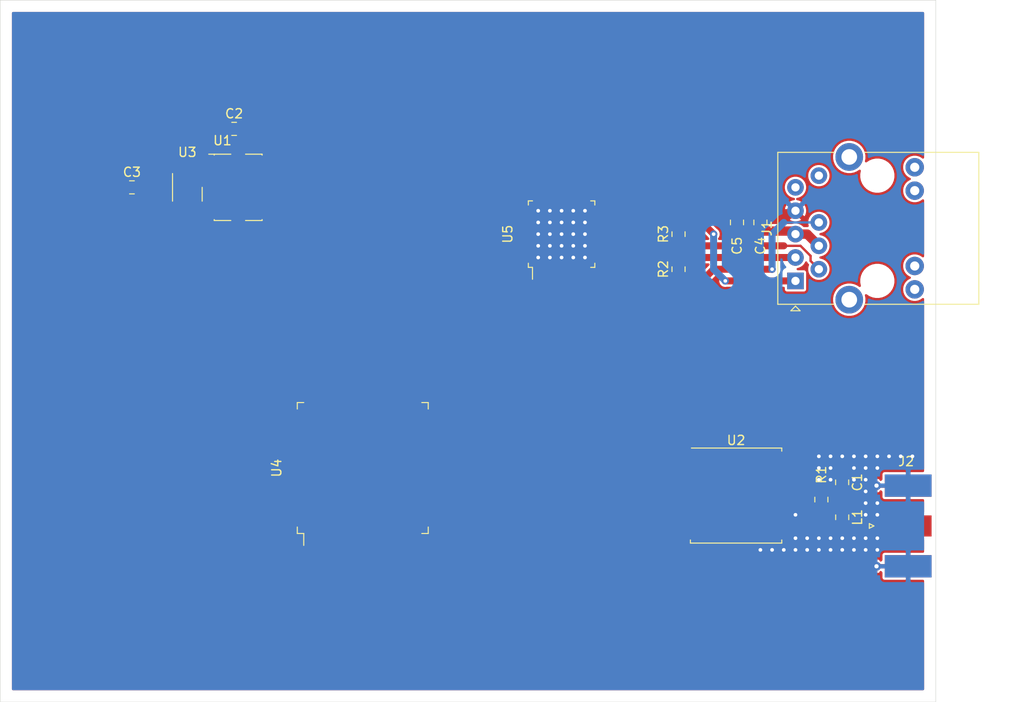
<source format=kicad_pcb>
(kicad_pcb (version 20171130) (host pcbnew 5.1.5+dfsg1-2build2)
  (layers (0 F.Cu signal) (31 B.Cu signal) (34 B.Paste user) (35 F.Paste user) (36 B.SilkS user) (37 F.SilkS user) (38 B.Mask user) (39 F.Mask user) (44 Edge.Cuts user))
  (net 0 "")
  (net 1 "Net-(J1-Pad15)")
  (net 2 "Net-(J1-Pad14)")
  (net 3 "Net-(J1-Pad13)")
  (net 4 "Net-(J1-Pad12)")
  (net 5 "Net-(J1-Pad10)")
  (net 6 "Net-(J1-Pad9)")
  (net 7 GND)
  (net 8 "Net-(J1-Pad11)")
  (net 9 "Net-(U1-Pad8)")
  (net 10 "Net-(U1-Pad7)")
  (net 11 +3V3)
  (net 12 "Net-(U1-Pad5)")
  (net 13 "Net-(U1-Pad4)")
  (net 14 "Net-(U1-Pad2)")
  (net 15 "Net-(U1-Pad1)")
  (net 16 "Net-(U2-Pad18)")
  (net 17 "Net-(U2-Pad17)")
  (net 18 "Net-(U2-Pad16)")
  (net 19 "Net-(U2-Pad15)")
  (net 20 "Net-(U2-Pad13)")
  (net 21 "Net-(U2-Pad9)")
  (net 22 "Net-(U2-Pad5)")
  (net 23 "Net-(U2-Pad4)")
  (net 24 "Net-(U2-Pad3)")
  (net 25 "Net-(U2-Pad2)")
  (net 26 "Net-(U3-Pad4)")
  (net 27 "Net-(U3-Pad3)")
  (net 28 "Net-(U4-Pad100)")
  (net 29 "Net-(U4-Pad99)")
  (net 30 "Net-(U4-Pad98)")
  (net 31 "Net-(U4-Pad97)")
  (net 32 "Net-(U4-Pad96)")
  (net 33 "Net-(U4-Pad95)")
  (net 34 "Net-(U4-Pad94)")
  (net 35 "Net-(U4-Pad93)")
  (net 36 "Net-(U4-Pad92)")
  (net 37 "Net-(U4-Pad91)")
  (net 38 "Net-(U4-Pad90)")
  (net 39 "Net-(U4-Pad89)")
  (net 40 "Net-(U4-Pad88)")
  (net 41 "Net-(U4-Pad87)")
  (net 42 "Net-(U4-Pad86)")
  (net 43 "Net-(U4-Pad85)")
  (net 44 "Net-(U4-Pad84)")
  (net 45 "Net-(U4-Pad83)")
  (net 46 "Net-(U4-Pad82)")
  (net 47 "Net-(U4-Pad81)")
  (net 48 "Net-(U4-Pad80)")
  (net 49 "Net-(U4-Pad79)")
  (net 50 "Net-(U4-Pad78)")
  (net 51 "Net-(U4-Pad77)")
  (net 52 "Net-(U4-Pad76)")
  (net 53 "Net-(U4-Pad74)")
  (net 54 "Net-(U4-Pad73)")
  (net 55 "Net-(U4-Pad72)")
  (net 56 "Net-(U4-Pad71)")
  (net 57 "Net-(U4-Pad70)")
  (net 58 "Net-(U4-Pad69)")
  (net 59 "Net-(U4-Pad68)")
  (net 60 "Net-(U4-Pad67)")
  (net 61 "Net-(U4-Pad66)")
  (net 62 "Net-(U4-Pad64)")
  (net 63 "Net-(U4-Pad62)")
  (net 64 "Net-(U4-Pad61)")
  (net 65 "Net-(U4-Pad60)")
  (net 66 "Net-(U4-Pad59)")
  (net 67 "Net-(U4-Pad58)")
  (net 68 "Net-(U4-Pad57)")
  (net 69 "Net-(U4-Pad56)")
  (net 70 "Net-(U4-Pad55)")
  (net 71 "Net-(U4-Pad54)")
  (net 72 "Net-(U4-Pad53)")
  (net 73 "Net-(U4-Pad52)")
  (net 74 "Net-(U4-Pad51)")
  (net 75 "Net-(U4-Pad50)")
  (net 76 "Net-(U4-Pad49)")
  (net 77 "Net-(U4-Pad48)")
  (net 78 "Net-(U4-Pad47)")
  (net 79 "Net-(U4-Pad46)")
  (net 80 "Net-(U4-Pad44)")
  (net 81 "Net-(U4-Pad43)")
  (net 82 "Net-(U4-Pad42)")
  (net 83 "Net-(U4-Pad41)")
  (net 84 "Net-(U4-Pad40)")
  (net 85 "Net-(U4-Pad39)")
  (net 86 "Net-(U4-Pad38)")
  (net 87 "Net-(U4-Pad37)")
  (net 88 "Net-(U4-Pad35)")
  (net 89 "Net-(U4-Pad34)")
  (net 90 "Net-(U4-Pad33)")
  (net 91 "Net-(U4-Pad32)")
  (net 92 "Net-(U4-Pad30)")
  (net 93 "Net-(U4-Pad29)")
  (net 94 "Net-(U4-Pad28)")
  (net 95 "Net-(U4-Pad27)")
  (net 96 "Net-(U4-Pad26)")
  (net 97 "Net-(U4-Pad25)")
  (net 98 "Net-(U4-Pad24)")
  (net 99 "Net-(U4-Pad23)")
  (net 100 "Net-(U4-Pad22)")
  (net 101 "Net-(U4-Pad21)")
  (net 102 "Net-(U4-Pad20)")
  (net 103 "Net-(U4-Pad19)")
  (net 104 "Net-(U4-Pad18)")
  (net 105 "Net-(U4-Pad17)")
  (net 106 "Net-(U4-Pad16)")
  (net 107 "Net-(U4-Pad14)")
  (net 108 "Net-(U4-Pad13)")
  (net 109 "Net-(U4-Pad12)")
  (net 110 "Net-(U4-Pad11)")
  (net 111 "Net-(U4-Pad10)")
  (net 112 "Net-(U4-Pad9)")
  (net 113 "Net-(U4-Pad8)")
  (net 114 "Net-(U4-Pad7)")
  (net 115 "Net-(U4-Pad6)")
  (net 116 "Net-(U4-Pad5)")
  (net 117 "Net-(U4-Pad4)")
  (net 118 "Net-(U4-Pad3)")
  (net 119 "Net-(U4-Pad2)")
  (net 120 "Net-(U4-Pad1)")
  (net 121 "Net-(J2-Pad1)")
  (net 122 "Net-(R1-Pad2)")
  (net 123 "Net-(C1-Pad2)")
  (net 124 "Net-(U5-Pad46)")
  (net 125 "Net-(U5-Pad45)")
  (net 126 "Net-(U5-Pad44)")
  (net 127 "Net-(U5-Pad43)")
  (net 128 "Net-(U5-Pad42)")
  (net 129 "Net-(U5-Pad41)")
  (net 130 "Net-(U5-Pad40)")
  (net 131 "Net-(U5-Pad39)")
  (net 132 "Net-(U5-Pad38)")
  (net 133 "Net-(U5-Pad37)")
  (net 134 "Net-(U5-Pad36)")
  (net 135 "Net-(U5-Pad33)")
  (net 136 "Net-(U5-Pad31)")
  (net 137 "Net-(U5-Pad30)")
  (net 138 "Net-(U5-Pad29)")
  (net 139 "Net-(U5-Pad28)")
  (net 140 "Net-(U5-Pad27)")
  (net 141 "Net-(U5-Pad26)")
  (net 142 "Net-(U5-Pad25)")
  (net 143 "Net-(U5-Pad24)")
  (net 144 "Net-(U5-Pad23)")
  (net 145 "Net-(U5-Pad22)")
  (net 146 "Net-(U5-Pad21)")
  (net 147 "Net-(U5-Pad20)")
  (net 148 "Net-(U5-Pad12)")
  (net 149 "Net-(U5-Pad11)")
  (net 150 "Net-(U5-Pad10)")
  (net 151 "Net-(U5-Pad9)")
  (net 152 "Net-(U5-Pad8)")
  (net 153 "Net-(U5-Pad7)")
  (net 154 "Net-(U5-Pad6)")
  (net 155 "Net-(U5-Pad5)")
  (net 156 "Net-(U5-Pad4)")
  (net 157 "Net-(U5-Pad3)")
  (net 158 "Net-(U5-Pad2)")
  (net 159 "Net-(U5-Pad1)")
  (net 160 RD-)
  (net 161 RD+)
  (net 162 TD-)
  (net 163 TD+)
  (module Resistor_SMD:R_0805_2012Metric (layer F.Cu) (at 99.06 50.8 90)
    (fp_text reference R3 (at 0 -1.65 90) (layer F.SilkS))
    (fp_text value 100)
    (pad 2 smd roundrect (at 0.9375 0 90) (size 0.975 1.4) (layers F.Cu F.Paste F.Mask) (net 163 TD+))
    (pad 1 smd roundrect (at -0.9375 0 90) (size 0.975 1.4) (layers F.Cu F.Paste F.Mask) (net 162 TD-))
  )
  (module Resistor_SMD:R_0805_2012Metric (layer F.Cu) (at 99.06 54.61 90)
    (fp_text reference R2 (at 0 -1.65 90) (layer F.SilkS))
    (fp_text value 100)
    (pad 2 smd roundrect (at 0.9375 0 90) (size 0.975 1.4) (layers F.Cu F.Paste F.Mask) (net 161 RD+))
    (pad 1 smd roundrect (at -0.9375 0 90) (size 0.975 1.4) (layers F.Cu F.Paste F.Mask) (net 160 RD-))
  )
  (module Capacitor_SMD:C_0805_2012Metric (layer F.Cu) (at 105.41 49.53 90)
    (fp_text reference C5 (at -2.54 0 90) (layer F.SilkS))
    (fp_text value 100n)
    (pad 2 smd roundrect (at 0.9375 0 90) (size 0.975 1.4) (layers F.Cu F.Paste F.Mask) (net 7 GND))
    (pad 1 smd roundrect (at -0.9375 0 90) (size 0.975 1.4) (layers F.Cu F.Paste F.Mask) (net 11 +3V3))
  )
  (module Capacitor_SMD:C_0805_2012Metric (layer F.Cu) (at 107.95 49.53 90)
    (fp_text reference C4 (at -2.54 0 90) (layer F.SilkS))
    (fp_text value 100n)
    (pad 2 smd roundrect (at 0.9375 0 90) (size 0.975 1.4) (layers F.Cu F.Paste F.Mask) (net 7 GND))
    (pad 1 smd roundrect (at -0.9375 0 90) (size 0.975 1.4) (layers F.Cu F.Paste F.Mask) (net 11 +3V3))
  )
  (module Package_QFP:LQFP-48_7x7mm_P0.5mm (layer F.Cu) (at 86.36 50.8 90)
    (fp_text reference U5 (at 0 -5.85 90) (layer F.SilkS))
    (fp_text value DP83640TVV_NOPB)
    (pad 48 smd roundrect (at -2.75 -4.1625 90) (size 0.3 1.475) (layers F.Cu F.Paste F.Mask) (net 11 +3V3))
    (pad 47 smd roundrect (at -2.25 -4.1625 90) (size 0.3 1.475) (layers F.Cu F.Paste F.Mask) (net 7 GND))
    (pad 46 smd roundrect (at -1.75 -4.1625 90) (size 0.3 1.475) (layers F.Cu F.Paste F.Mask) (net 124 "Net-(U5-Pad46)"))
    (pad 45 smd roundrect (at -1.25 -4.1625 90) (size 0.3 1.475) (layers F.Cu F.Paste F.Mask) (net 125 "Net-(U5-Pad45)"))
    (pad 44 smd roundrect (at -0.75 -4.1625 90) (size 0.3 1.475) (layers F.Cu F.Paste F.Mask) (net 126 "Net-(U5-Pad44)"))
    (pad 43 smd roundrect (at -0.25 -4.1625 90) (size 0.3 1.475) (layers F.Cu F.Paste F.Mask) (net 127 "Net-(U5-Pad43)"))
    (pad 42 smd roundrect (at 0.25 -4.1625 90) (size 0.3 1.475) (layers F.Cu F.Paste F.Mask) (net 128 "Net-(U5-Pad42)"))
    (pad 41 smd roundrect (at 0.75 -4.1625 90) (size 0.3 1.475) (layers F.Cu F.Paste F.Mask) (net 129 "Net-(U5-Pad41)"))
    (pad 40 smd roundrect (at 1.25 -4.1625 90) (size 0.3 1.475) (layers F.Cu F.Paste F.Mask) (net 130 "Net-(U5-Pad40)"))
    (pad 39 smd roundrect (at 1.75 -4.1625 90) (size 0.3 1.475) (layers F.Cu F.Paste F.Mask) (net 131 "Net-(U5-Pad39)"))
    (pad 38 smd roundrect (at 2.25 -4.1625 90) (size 0.3 1.475) (layers F.Cu F.Paste F.Mask) (net 132 "Net-(U5-Pad38)"))
    (pad 37 smd roundrect (at 2.75 -4.1625 90) (size 0.3 1.475) (layers F.Cu F.Paste F.Mask) (net 133 "Net-(U5-Pad37)"))
    (pad 36 smd roundrect (at 4.1625 -2.75 90) (size 1.475 0.3) (layers F.Cu F.Paste F.Mask) (net 134 "Net-(U5-Pad36)"))
    (pad 35 smd roundrect (at 4.1625 -2.25 90) (size 1.475 0.3) (layers F.Cu F.Paste F.Mask) (net 7 GND))
    (pad 34 smd roundrect (at 4.1625 -1.75 90) (size 1.475 0.3) (layers F.Cu F.Paste F.Mask) (net 13 "Net-(U1-Pad4)"))
    (pad 33 smd roundrect (at 4.1625 -1.25 90) (size 1.475 0.3) (layers F.Cu F.Paste F.Mask) (net 135 "Net-(U5-Pad33)"))
    (pad 32 smd roundrect (at 4.1625 -0.75 90) (size 1.475 0.3) (layers F.Cu F.Paste F.Mask) (net 11 +3V3))
    (pad 31 smd roundrect (at 4.1625 -0.25 90) (size 1.475 0.3) (layers F.Cu F.Paste F.Mask) (net 136 "Net-(U5-Pad31)"))
    (pad 30 smd roundrect (at 4.1625 0.25 90) (size 1.475 0.3) (layers F.Cu F.Paste F.Mask) (net 137 "Net-(U5-Pad30)"))
    (pad 29 smd roundrect (at 4.1625 0.75 90) (size 1.475 0.3) (layers F.Cu F.Paste F.Mask) (net 138 "Net-(U5-Pad29)"))
    (pad 28 smd roundrect (at 4.1625 1.25 90) (size 1.475 0.3) (layers F.Cu F.Paste F.Mask) (net 139 "Net-(U5-Pad28)"))
    (pad 27 smd roundrect (at 4.1625 1.75 90) (size 1.475 0.3) (layers F.Cu F.Paste F.Mask) (net 140 "Net-(U5-Pad27)"))
    (pad 26 smd roundrect (at 4.1625 2.25 90) (size 1.475 0.3) (layers F.Cu F.Paste F.Mask) (net 141 "Net-(U5-Pad26)"))
    (pad 25 smd roundrect (at 4.1625 2.75 90) (size 1.475 0.3) (layers F.Cu F.Paste F.Mask) (net 142 "Net-(U5-Pad25)"))
    (pad 24 smd roundrect (at 2.75 4.1625 90) (size 0.3 1.475) (layers F.Cu F.Paste F.Mask) (net 143 "Net-(U5-Pad24)"))
    (pad 23 smd roundrect (at 2.25 4.1625 90) (size 0.3 1.475) (layers F.Cu F.Paste F.Mask) (net 144 "Net-(U5-Pad23)"))
    (pad 22 smd roundrect (at 1.75 4.1625 90) (size 0.3 1.475) (layers F.Cu F.Paste F.Mask) (net 145 "Net-(U5-Pad22)"))
    (pad 21 smd roundrect (at 1.25 4.1625 90) (size 0.3 1.475) (layers F.Cu F.Paste F.Mask) (net 146 "Net-(U5-Pad21)"))
    (pad 20 smd roundrect (at 0.75 4.1625 90) (size 0.3 1.475) (layers F.Cu F.Paste F.Mask) (net 147 "Net-(U5-Pad20)"))
    (pad 19 smd roundrect (at 0.25 4.1625 90) (size 0.3 1.475) (layers F.Cu F.Paste F.Mask) (net 11 +3V3))
    (pad 18 smd roundrect (at -0.25 4.1625 90) (size 0.3 1.475) (layers F.Cu F.Paste F.Mask) (net 7 GND))
    (pad 17 smd roundrect (at -0.75 4.1625 90) (size 0.3 1.475) (layers F.Cu F.Paste F.Mask) (net 163 TD+))
    (pad 16 smd roundrect (at -1.25 4.1625 90) (size 0.3 1.475) (layers F.Cu F.Paste F.Mask) (net 162 TD-))
    (pad 15 smd roundrect (at -1.75 4.1625 90) (size 0.3 1.475) (layers F.Cu F.Paste F.Mask) (net 7 GND))
    (pad 14 smd roundrect (at -2.25 4.1625 90) (size 0.3 1.475) (layers F.Cu F.Paste F.Mask) (net 161 RD+))
    (pad 13 smd roundrect (at -2.75 4.1625 90) (size 0.3 1.475) (layers F.Cu F.Paste F.Mask) (net 160 RD-))
    (pad 12 smd roundrect (at -4.1625 2.75 90) (size 1.475 0.3) (layers F.Cu F.Paste F.Mask) (net 148 "Net-(U5-Pad12)"))
    (pad 11 smd roundrect (at -4.1625 2.25 90) (size 1.475 0.3) (layers F.Cu F.Paste F.Mask) (net 149 "Net-(U5-Pad11)"))
    (pad 10 smd roundrect (at -4.1625 1.75 90) (size 1.475 0.3) (layers F.Cu F.Paste F.Mask) (net 150 "Net-(U5-Pad10)"))
    (pad 9 smd roundrect (at -4.1625 1.25 90) (size 1.475 0.3) (layers F.Cu F.Paste F.Mask) (net 151 "Net-(U5-Pad9)"))
    (pad 8 smd roundrect (at -4.1625 0.75 90) (size 1.475 0.3) (layers F.Cu F.Paste F.Mask) (net 152 "Net-(U5-Pad8)"))
    (pad 7 smd roundrect (at -4.1625 0.25 90) (size 1.475 0.3) (layers F.Cu F.Paste F.Mask) (net 153 "Net-(U5-Pad7)"))
    (pad 6 smd roundrect (at -4.1625 -0.25 90) (size 1.475 0.3) (layers F.Cu F.Paste F.Mask) (net 154 "Net-(U5-Pad6)"))
    (pad 5 smd roundrect (at -4.1625 -0.75 90) (size 1.475 0.3) (layers F.Cu F.Paste F.Mask) (net 155 "Net-(U5-Pad5)"))
    (pad 4 smd roundrect (at -4.1625 -1.25 90) (size 1.475 0.3) (layers F.Cu F.Paste F.Mask) (net 156 "Net-(U5-Pad4)"))
    (pad 3 smd roundrect (at -4.1625 -1.75 90) (size 1.475 0.3) (layers F.Cu F.Paste F.Mask) (net 157 "Net-(U5-Pad3)"))
    (pad 2 smd roundrect (at -4.1625 -2.25 90) (size 1.475 0.3) (layers F.Cu F.Paste F.Mask) (net 158 "Net-(U5-Pad2)"))
    (pad 1 smd roundrect (at -4.1625 -2.75 90) (size 1.475 0.3) (layers F.Cu F.Paste F.Mask) (net 159 "Net-(U5-Pad1)"))
  )
  (module Capacitor_SMD:C_0805_2012Metric (layer F.Cu) (at 39.7025 45.72)
    (fp_text reference C3 (at 0 -1.65) (layer F.SilkS))
    (fp_text value 100n)
    (pad 2 smd roundrect (at 0.9375 0) (size 0.975 1.4) (layers F.Cu F.Paste F.Mask) (net 7 GND))
    (pad 1 smd roundrect (at -0.9375 0) (size 0.975 1.4) (layers F.Cu F.Paste F.Mask) (net 11 +3V3))
  )
  (module Capacitor_SMD:C_0805_2012Metric (layer F.Cu) (at 50.8 39.37)
    (fp_text reference C2 (at 0 -1.65) (layer F.SilkS))
    (fp_text value 100n)
    (pad 2 smd roundrect (at 0.9375 0) (size 0.975 1.4) (layers F.Cu F.Paste F.Mask) (net 7 GND))
    (pad 1 smd roundrect (at -0.9375 0) (size 0.975 1.4) (layers F.Cu F.Paste F.Mask) (net 11 +3V3))
  )
  (module Resistor_SMD:R_0805_2012Metric (layer F.Cu) (at 114.570978 79.627765 270)
    (fp_text reference R1 (at -2.693717 -0.006861 90) (layer F.SilkS))
    (fp_text value 10)
    (pad 2 smd roundrect (at 0.9375 0 270) (size 0.975 1.4) (layers F.Cu F.Paste F.Mask) (net 122 "Net-(R1-Pad2)"))
    (pad 1 smd roundrect (at -0.9375 0 270) (size 0.975 1.4) (layers F.Cu F.Paste F.Mask) (net 123 "Net-(C1-Pad2)"))
  )
  (module Inductor_SMD:L_0805_2012Metric (layer F.Cu) (at 116.834852 81.548628 270)
    (fp_text reference L1 (at 0 -1.65 90) (layer F.SilkS))
    (fp_text value 27n)
    (pad 2 smd roundrect (at 0.9375 0 270) (size 0.975 1.4) (layers F.Cu F.Paste F.Mask) (net 121 "Net-(J2-Pad1)"))
    (pad 1 smd roundrect (at -0.9375 0 270) (size 0.975 1.4) (layers F.Cu F.Paste F.Mask) (net 123 "Net-(C1-Pad2)"))
  )
  (module Connector_Coaxial:SMA_Molex_73251-1153_EdgeMount_Horizontal (layer F.Cu) (at 122.28 82.49 180)
    (fp_text reference J2 (at -1.5 7) (layer F.SilkS))
    (fp_text value Conn_Coaxial)
    (pad 2 smd rect (at 1.27 4.38 180) (size 0.95 0.46) (layers B.Cu) (net 7 GND))
    (pad 2 smd rect (at 1.27 -4.38 180) (size 0.95 0.46) (layers B.Cu) (net 7 GND))
    (pad 2 smd rect (at 1.27 4.38 180) (size 0.95 0.46) (layers F.Cu) (net 7 GND))
    (pad 2 smd rect (at 1.27 -4.38 180) (size 0.95 0.46) (layers F.Cu) (net 7 GND))
    (pad 2 thru_hole circle (at 1.72 4.38 180) (size 0.97 0.97) (drill 0.46) (layers *.Cu) (net 7 GND))
    (pad 2 thru_hole circle (at 1.72 -4.38 180) (size 0.97 0.97) (drill 0.46) (layers *.Cu) (net 7 GND))
    (pad 2 smd rect (at -1.72 4.38 180) (size 5.08 2.42) (layers B.Cu B.Paste B.Mask) (net 7 GND))
    (pad 2 smd rect (at -1.72 -4.38 180) (size 5.08 2.42) (layers B.Cu B.Paste B.Mask) (net 7 GND))
    (pad 2 smd rect (at -1.72 4.38 180) (size 5.08 2.42) (layers F.Cu F.Paste F.Mask) (net 7 GND))
    (pad 2 smd rect (at -1.72 -4.38 180) (size 5.08 2.42) (layers F.Cu F.Paste F.Mask) (net 7 GND))
    (pad 1 smd rect (at -1.72 0 180) (size 5.08 2.29) (layers F.Cu F.Paste F.Mask) (net 121 "Net-(J2-Pad1)"))
  )
  (module Capacitor_SMD:C_0805_2012Metric (layer F.Cu) (at 116.827992 77.752765 270)
    (fp_text reference C1 (at 0 -1.65 90) (layer F.SilkS))
    (fp_text value 10n)
    (pad 2 smd roundrect (at 0.9375 0 270) (size 0.975 1.4) (layers F.Cu F.Paste F.Mask) (net 123 "Net-(C1-Pad2)"))
    (pad 1 smd roundrect (at -0.9375 0 270) (size 0.975 1.4) (layers F.Cu F.Paste F.Mask) (net 7 GND))
  )
  (module Package_QFP:TQFP-100_14x14mm_P0.5mm (layer F.Cu) (at 64.77 76.2 90)
    (fp_text reference U4 (at 0 -9.35 90) (layer F.SilkS))
    (fp_text value PIC32MX795F512L-80x-PF)
    (pad 100 smd roundrect (at -6 -7.6625 90) (size 0.3 1.475) (layers F.Cu F.Paste F.Mask) (net 28 "Net-(U4-Pad100)"))
    (pad 99 smd roundrect (at -5.5 -7.6625 90) (size 0.3 1.475) (layers F.Cu F.Paste F.Mask) (net 29 "Net-(U4-Pad99)"))
    (pad 98 smd roundrect (at -5 -7.6625 90) (size 0.3 1.475) (layers F.Cu F.Paste F.Mask) (net 30 "Net-(U4-Pad98)"))
    (pad 97 smd roundrect (at -4.5 -7.6625 90) (size 0.3 1.475) (layers F.Cu F.Paste F.Mask) (net 31 "Net-(U4-Pad97)"))
    (pad 96 smd roundrect (at -4 -7.6625 90) (size 0.3 1.475) (layers F.Cu F.Paste F.Mask) (net 32 "Net-(U4-Pad96)"))
    (pad 95 smd roundrect (at -3.5 -7.6625 90) (size 0.3 1.475) (layers F.Cu F.Paste F.Mask) (net 33 "Net-(U4-Pad95)"))
    (pad 94 smd roundrect (at -3 -7.6625 90) (size 0.3 1.475) (layers F.Cu F.Paste F.Mask) (net 34 "Net-(U4-Pad94)"))
    (pad 93 smd roundrect (at -2.5 -7.6625 90) (size 0.3 1.475) (layers F.Cu F.Paste F.Mask) (net 35 "Net-(U4-Pad93)"))
    (pad 92 smd roundrect (at -2 -7.6625 90) (size 0.3 1.475) (layers F.Cu F.Paste F.Mask) (net 36 "Net-(U4-Pad92)"))
    (pad 91 smd roundrect (at -1.5 -7.6625 90) (size 0.3 1.475) (layers F.Cu F.Paste F.Mask) (net 37 "Net-(U4-Pad91)"))
    (pad 90 smd roundrect (at -1 -7.6625 90) (size 0.3 1.475) (layers F.Cu F.Paste F.Mask) (net 38 "Net-(U4-Pad90)"))
    (pad 89 smd roundrect (at -0.5 -7.6625 90) (size 0.3 1.475) (layers F.Cu F.Paste F.Mask) (net 39 "Net-(U4-Pad89)"))
    (pad 88 smd roundrect (at 0 -7.6625 90) (size 0.3 1.475) (layers F.Cu F.Paste F.Mask) (net 40 "Net-(U4-Pad88)"))
    (pad 87 smd roundrect (at 0.5 -7.6625 90) (size 0.3 1.475) (layers F.Cu F.Paste F.Mask) (net 41 "Net-(U4-Pad87)"))
    (pad 86 smd roundrect (at 1 -7.6625 90) (size 0.3 1.475) (layers F.Cu F.Paste F.Mask) (net 42 "Net-(U4-Pad86)"))
    (pad 85 smd roundrect (at 1.5 -7.6625 90) (size 0.3 1.475) (layers F.Cu F.Paste F.Mask) (net 43 "Net-(U4-Pad85)"))
    (pad 84 smd roundrect (at 2 -7.6625 90) (size 0.3 1.475) (layers F.Cu F.Paste F.Mask) (net 44 "Net-(U4-Pad84)"))
    (pad 83 smd roundrect (at 2.5 -7.6625 90) (size 0.3 1.475) (layers F.Cu F.Paste F.Mask) (net 45 "Net-(U4-Pad83)"))
    (pad 82 smd roundrect (at 3 -7.6625 90) (size 0.3 1.475) (layers F.Cu F.Paste F.Mask) (net 46 "Net-(U4-Pad82)"))
    (pad 81 smd roundrect (at 3.5 -7.6625 90) (size 0.3 1.475) (layers F.Cu F.Paste F.Mask) (net 47 "Net-(U4-Pad81)"))
    (pad 80 smd roundrect (at 4 -7.6625 90) (size 0.3 1.475) (layers F.Cu F.Paste F.Mask) (net 48 "Net-(U4-Pad80)"))
    (pad 79 smd roundrect (at 4.5 -7.6625 90) (size 0.3 1.475) (layers F.Cu F.Paste F.Mask) (net 49 "Net-(U4-Pad79)"))
    (pad 78 smd roundrect (at 5 -7.6625 90) (size 0.3 1.475) (layers F.Cu F.Paste F.Mask) (net 50 "Net-(U4-Pad78)"))
    (pad 77 smd roundrect (at 5.5 -7.6625 90) (size 0.3 1.475) (layers F.Cu F.Paste F.Mask) (net 51 "Net-(U4-Pad77)"))
    (pad 76 smd roundrect (at 6 -7.6625 90) (size 0.3 1.475) (layers F.Cu F.Paste F.Mask) (net 52 "Net-(U4-Pad76)"))
    (pad 75 smd roundrect (at 7.6625 -6 90) (size 1.475 0.3) (layers F.Cu F.Paste F.Mask) (net 7 GND))
    (pad 74 smd roundrect (at 7.6625 -5.5 90) (size 1.475 0.3) (layers F.Cu F.Paste F.Mask) (net 53 "Net-(U4-Pad74)"))
    (pad 73 smd roundrect (at 7.6625 -5 90) (size 1.475 0.3) (layers F.Cu F.Paste F.Mask) (net 54 "Net-(U4-Pad73)"))
    (pad 72 smd roundrect (at 7.6625 -4.5 90) (size 1.475 0.3) (layers F.Cu F.Paste F.Mask) (net 55 "Net-(U4-Pad72)"))
    (pad 71 smd roundrect (at 7.6625 -4 90) (size 1.475 0.3) (layers F.Cu F.Paste F.Mask) (net 56 "Net-(U4-Pad71)"))
    (pad 70 smd roundrect (at 7.6625 -3.5 90) (size 1.475 0.3) (layers F.Cu F.Paste F.Mask) (net 57 "Net-(U4-Pad70)"))
    (pad 69 smd roundrect (at 7.6625 -3 90) (size 1.475 0.3) (layers F.Cu F.Paste F.Mask) (net 58 "Net-(U4-Pad69)"))
    (pad 68 smd roundrect (at 7.6625 -2.5 90) (size 1.475 0.3) (layers F.Cu F.Paste F.Mask) (net 59 "Net-(U4-Pad68)"))
    (pad 67 smd roundrect (at 7.6625 -2 90) (size 1.475 0.3) (layers F.Cu F.Paste F.Mask) (net 60 "Net-(U4-Pad67)"))
    (pad 66 smd roundrect (at 7.6625 -1.5 90) (size 1.475 0.3) (layers F.Cu F.Paste F.Mask) (net 61 "Net-(U4-Pad66)"))
    (pad 65 smd roundrect (at 7.6625 -1 90) (size 1.475 0.3) (layers F.Cu F.Paste F.Mask) (net 7 GND))
    (pad 64 smd roundrect (at 7.6625 -0.5 90) (size 1.475 0.3) (layers F.Cu F.Paste F.Mask) (net 62 "Net-(U4-Pad64)"))
    (pad 63 smd roundrect (at 7.6625 0 90) (size 1.475 0.3) (layers F.Cu F.Paste F.Mask) (net 13 "Net-(U1-Pad4)"))
    (pad 62 smd roundrect (at 7.6625 0.5 90) (size 1.475 0.3) (layers F.Cu F.Paste F.Mask) (net 63 "Net-(U4-Pad62)"))
    (pad 61 smd roundrect (at 7.6625 1 90) (size 1.475 0.3) (layers F.Cu F.Paste F.Mask) (net 64 "Net-(U4-Pad61)"))
    (pad 60 smd roundrect (at 7.6625 1.5 90) (size 1.475 0.3) (layers F.Cu F.Paste F.Mask) (net 65 "Net-(U4-Pad60)"))
    (pad 59 smd roundrect (at 7.6625 2 90) (size 1.475 0.3) (layers F.Cu F.Paste F.Mask) (net 66 "Net-(U4-Pad59)"))
    (pad 58 smd roundrect (at 7.6625 2.5 90) (size 1.475 0.3) (layers F.Cu F.Paste F.Mask) (net 67 "Net-(U4-Pad58)"))
    (pad 57 smd roundrect (at 7.6625 3 90) (size 1.475 0.3) (layers F.Cu F.Paste F.Mask) (net 68 "Net-(U4-Pad57)"))
    (pad 56 smd roundrect (at 7.6625 3.5 90) (size 1.475 0.3) (layers F.Cu F.Paste F.Mask) (net 69 "Net-(U4-Pad56)"))
    (pad 55 smd roundrect (at 7.6625 4 90) (size 1.475 0.3) (layers F.Cu F.Paste F.Mask) (net 70 "Net-(U4-Pad55)"))
    (pad 54 smd roundrect (at 7.6625 4.5 90) (size 1.475 0.3) (layers F.Cu F.Paste F.Mask) (net 71 "Net-(U4-Pad54)"))
    (pad 53 smd roundrect (at 7.6625 5 90) (size 1.475 0.3) (layers F.Cu F.Paste F.Mask) (net 72 "Net-(U4-Pad53)"))
    (pad 52 smd roundrect (at 7.6625 5.5 90) (size 1.475 0.3) (layers F.Cu F.Paste F.Mask) (net 73 "Net-(U4-Pad52)"))
    (pad 51 smd roundrect (at 7.6625 6 90) (size 1.475 0.3) (layers F.Cu F.Paste F.Mask) (net 74 "Net-(U4-Pad51)"))
    (pad 50 smd roundrect (at 6 7.6625 90) (size 0.3 1.475) (layers F.Cu F.Paste F.Mask) (net 75 "Net-(U4-Pad50)"))
    (pad 49 smd roundrect (at 5.5 7.6625 90) (size 0.3 1.475) (layers F.Cu F.Paste F.Mask) (net 76 "Net-(U4-Pad49)"))
    (pad 48 smd roundrect (at 5 7.6625 90) (size 0.3 1.475) (layers F.Cu F.Paste F.Mask) (net 77 "Net-(U4-Pad48)"))
    (pad 47 smd roundrect (at 4.5 7.6625 90) (size 0.3 1.475) (layers F.Cu F.Paste F.Mask) (net 78 "Net-(U4-Pad47)"))
    (pad 46 smd roundrect (at 4 7.6625 90) (size 0.3 1.475) (layers F.Cu F.Paste F.Mask) (net 79 "Net-(U4-Pad46)"))
    (pad 45 smd roundrect (at 3.5 7.6625 90) (size 0.3 1.475) (layers F.Cu F.Paste F.Mask) (net 7 GND))
    (pad 44 smd roundrect (at 3 7.6625 90) (size 0.3 1.475) (layers F.Cu F.Paste F.Mask) (net 80 "Net-(U4-Pad44)"))
    (pad 43 smd roundrect (at 2.5 7.6625 90) (size 0.3 1.475) (layers F.Cu F.Paste F.Mask) (net 81 "Net-(U4-Pad43)"))
    (pad 42 smd roundrect (at 2 7.6625 90) (size 0.3 1.475) (layers F.Cu F.Paste F.Mask) (net 82 "Net-(U4-Pad42)"))
    (pad 41 smd roundrect (at 1.5 7.6625 90) (size 0.3 1.475) (layers F.Cu F.Paste F.Mask) (net 83 "Net-(U4-Pad41)"))
    (pad 40 smd roundrect (at 1 7.6625 90) (size 0.3 1.475) (layers F.Cu F.Paste F.Mask) (net 84 "Net-(U4-Pad40)"))
    (pad 39 smd roundrect (at 0.5 7.6625 90) (size 0.3 1.475) (layers F.Cu F.Paste F.Mask) (net 85 "Net-(U4-Pad39)"))
    (pad 38 smd roundrect (at 0 7.6625 90) (size 0.3 1.475) (layers F.Cu F.Paste F.Mask) (net 86 "Net-(U4-Pad38)"))
    (pad 37 smd roundrect (at -0.5 7.6625 90) (size 0.3 1.475) (layers F.Cu F.Paste F.Mask) (net 87 "Net-(U4-Pad37)"))
    (pad 36 smd roundrect (at -1 7.6625 90) (size 0.3 1.475) (layers F.Cu F.Paste F.Mask) (net 7 GND))
    (pad 35 smd roundrect (at -1.5 7.6625 90) (size 0.3 1.475) (layers F.Cu F.Paste F.Mask) (net 88 "Net-(U4-Pad35)"))
    (pad 34 smd roundrect (at -2 7.6625 90) (size 0.3 1.475) (layers F.Cu F.Paste F.Mask) (net 89 "Net-(U4-Pad34)"))
    (pad 33 smd roundrect (at -2.5 7.6625 90) (size 0.3 1.475) (layers F.Cu F.Paste F.Mask) (net 90 "Net-(U4-Pad33)"))
    (pad 32 smd roundrect (at -3 7.6625 90) (size 0.3 1.475) (layers F.Cu F.Paste F.Mask) (net 91 "Net-(U4-Pad32)"))
    (pad 31 smd roundrect (at -3.5 7.6625 90) (size 0.3 1.475) (layers F.Cu F.Paste F.Mask) (net 7 GND))
    (pad 30 smd roundrect (at -4 7.6625 90) (size 0.3 1.475) (layers F.Cu F.Paste F.Mask) (net 92 "Net-(U4-Pad30)"))
    (pad 29 smd roundrect (at -4.5 7.6625 90) (size 0.3 1.475) (layers F.Cu F.Paste F.Mask) (net 93 "Net-(U4-Pad29)"))
    (pad 28 smd roundrect (at -5 7.6625 90) (size 0.3 1.475) (layers F.Cu F.Paste F.Mask) (net 94 "Net-(U4-Pad28)"))
    (pad 27 smd roundrect (at -5.5 7.6625 90) (size 0.3 1.475) (layers F.Cu F.Paste F.Mask) (net 95 "Net-(U4-Pad27)"))
    (pad 26 smd roundrect (at -6 7.6625 90) (size 0.3 1.475) (layers F.Cu F.Paste F.Mask) (net 96 "Net-(U4-Pad26)"))
    (pad 25 smd roundrect (at -7.6625 6 90) (size 1.475 0.3) (layers F.Cu F.Paste F.Mask) (net 97 "Net-(U4-Pad25)"))
    (pad 24 smd roundrect (at -7.6625 5.5 90) (size 1.475 0.3) (layers F.Cu F.Paste F.Mask) (net 98 "Net-(U4-Pad24)"))
    (pad 23 smd roundrect (at -7.6625 5 90) (size 1.475 0.3) (layers F.Cu F.Paste F.Mask) (net 99 "Net-(U4-Pad23)"))
    (pad 22 smd roundrect (at -7.6625 4.5 90) (size 1.475 0.3) (layers F.Cu F.Paste F.Mask) (net 100 "Net-(U4-Pad22)"))
    (pad 21 smd roundrect (at -7.6625 4 90) (size 1.475 0.3) (layers F.Cu F.Paste F.Mask) (net 101 "Net-(U4-Pad21)"))
    (pad 20 smd roundrect (at -7.6625 3.5 90) (size 1.475 0.3) (layers F.Cu F.Paste F.Mask) (net 102 "Net-(U4-Pad20)"))
    (pad 19 smd roundrect (at -7.6625 3 90) (size 1.475 0.3) (layers F.Cu F.Paste F.Mask) (net 103 "Net-(U4-Pad19)"))
    (pad 18 smd roundrect (at -7.6625 2.5 90) (size 1.475 0.3) (layers F.Cu F.Paste F.Mask) (net 104 "Net-(U4-Pad18)"))
    (pad 17 smd roundrect (at -7.6625 2 90) (size 1.475 0.3) (layers F.Cu F.Paste F.Mask) (net 105 "Net-(U4-Pad17)"))
    (pad 16 smd roundrect (at -7.6625 1.5 90) (size 1.475 0.3) (layers F.Cu F.Paste F.Mask) (net 106 "Net-(U4-Pad16)"))
    (pad 15 smd roundrect (at -7.6625 1 90) (size 1.475 0.3) (layers F.Cu F.Paste F.Mask) (net 7 GND))
    (pad 14 smd roundrect (at -7.6625 0.5 90) (size 1.475 0.3) (layers F.Cu F.Paste F.Mask) (net 107 "Net-(U4-Pad14)"))
    (pad 13 smd roundrect (at -7.6625 0 90) (size 1.475 0.3) (layers F.Cu F.Paste F.Mask) (net 108 "Net-(U4-Pad13)"))
    (pad 12 smd roundrect (at -7.6625 -0.5 90) (size 1.475 0.3) (layers F.Cu F.Paste F.Mask) (net 109 "Net-(U4-Pad12)"))
    (pad 11 smd roundrect (at -7.6625 -1 90) (size 1.475 0.3) (layers F.Cu F.Paste F.Mask) (net 110 "Net-(U4-Pad11)"))
    (pad 10 smd roundrect (at -7.6625 -1.5 90) (size 1.475 0.3) (layers F.Cu F.Paste F.Mask) (net 111 "Net-(U4-Pad10)"))
    (pad 9 smd roundrect (at -7.6625 -2 90) (size 1.475 0.3) (layers F.Cu F.Paste F.Mask) (net 112 "Net-(U4-Pad9)"))
    (pad 8 smd roundrect (at -7.6625 -2.5 90) (size 1.475 0.3) (layers F.Cu F.Paste F.Mask) (net 113 "Net-(U4-Pad8)"))
    (pad 7 smd roundrect (at -7.6625 -3 90) (size 1.475 0.3) (layers F.Cu F.Paste F.Mask) (net 114 "Net-(U4-Pad7)"))
    (pad 6 smd roundrect (at -7.6625 -3.5 90) (size 1.475 0.3) (layers F.Cu F.Paste F.Mask) (net 115 "Net-(U4-Pad6)"))
    (pad 5 smd roundrect (at -7.6625 -4 90) (size 1.475 0.3) (layers F.Cu F.Paste F.Mask) (net 116 "Net-(U4-Pad5)"))
    (pad 4 smd roundrect (at -7.6625 -4.5 90) (size 1.475 0.3) (layers F.Cu F.Paste F.Mask) (net 117 "Net-(U4-Pad4)"))
    (pad 3 smd roundrect (at -7.6625 -5 90) (size 1.475 0.3) (layers F.Cu F.Paste F.Mask) (net 118 "Net-(U4-Pad3)"))
    (pad 2 smd roundrect (at -7.6625 -5.5 90) (size 1.475 0.3) (layers F.Cu F.Paste F.Mask) (net 119 "Net-(U4-Pad2)"))
    (pad 1 smd roundrect (at -7.6625 -6 90) (size 1.475 0.3) (layers F.Cu F.Paste F.Mask) (net 120 "Net-(U4-Pad1)"))
  )
  (module Package_DFN_QFN:DFN-6-1EP_3x3mm_P1mm_EP1.5x2.4mm (layer F.Cu) (at 45.72 45.72 270)
    (fp_text reference U3 (at -3.81 0 180) (layer F.SilkS))
    (fp_text value Si7051-A20)
    (pad 7 smd rect (at 0 0 270) (size 1.5 2.4) (layers F.Cu F.Mask))
    (pad 6 smd roundrect (at 1.45 -1 270) (size 0.8 0.4) (layers F.Cu F.Paste F.Mask) (net 9 "Net-(U1-Pad8)"))
    (pad 5 smd roundrect (at 1.45 0 270) (size 0.8 0.4) (layers F.Cu F.Paste F.Mask) (net 11 +3V3))
    (pad 4 smd roundrect (at 1.45 1 270) (size 0.8 0.4) (layers F.Cu F.Paste F.Mask) (net 26 "Net-(U3-Pad4)"))
    (pad 3 smd roundrect (at -1.45 1 270) (size 0.8 0.4) (layers F.Cu F.Paste F.Mask) (net 27 "Net-(U3-Pad3)"))
    (pad 2 smd roundrect (at -1.45 0 270) (size 0.8 0.4) (layers F.Cu F.Paste F.Mask) (net 7 GND))
    (pad 1 smd roundrect (at -1.45 -1 270) (size 0.8 0.4) (layers F.Cu F.Paste F.Mask) (net 10 "Net-(U1-Pad7)"))
  )
  (module RF_GPS:ublox_MAX (layer F.Cu) (at 105.309678 79.191062)
    (fp_text reference U2 (at 0 -6) (layer F.SilkS))
    (fp_text value MAX-8Q)
    (pad 18 smd rect (at 4.75 -4.4) (size 1.8 0.7) (layers F.Cu F.Paste F.Mask) (net 16 "Net-(U2-Pad18)"))
    (pad 17 smd rect (at 4.75 -3.3) (size 1.8 0.8) (layers F.Cu F.Paste F.Mask) (net 17 "Net-(U2-Pad17)"))
    (pad 16 smd rect (at 4.75 -2.2) (size 1.8 0.8) (layers F.Cu F.Paste F.Mask) (net 18 "Net-(U2-Pad16)"))
    (pad 15 smd rect (at 4.75 -1.1) (size 1.8 0.8) (layers F.Cu F.Paste F.Mask) (net 19 "Net-(U2-Pad15)"))
    (pad 14 smd rect (at 4.75 0) (size 1.8 0.8) (layers F.Cu F.Paste F.Mask) (net 122 "Net-(R1-Pad2)"))
    (pad 13 smd rect (at 4.75 1.1) (size 1.8 0.8) (layers F.Cu F.Paste F.Mask) (net 20 "Net-(U2-Pad13)"))
    (pad 12 smd rect (at 4.75 2.2) (size 1.8 0.8) (layers F.Cu F.Paste F.Mask) (net 7 GND))
    (pad 11 smd rect (at 4.75 3.3) (size 1.8 0.8) (layers F.Cu F.Paste F.Mask) (net 121 "Net-(J2-Pad1)"))
    (pad 10 smd rect (at 4.75 4.4) (size 1.8 0.7) (layers F.Cu F.Paste F.Mask) (net 7 GND))
    (pad 9 smd rect (at -4.75 4.4) (size 1.8 0.7) (layers F.Cu F.Paste F.Mask) (net 21 "Net-(U2-Pad9)"))
    (pad 8 smd rect (at -4.75 3.3) (size 1.8 0.8) (layers F.Cu F.Paste F.Mask) (net 11 +3V3))
    (pad 7 smd rect (at -4.75 2.2) (size 1.8 0.8) (layers F.Cu F.Paste F.Mask) (net 11 +3V3))
    (pad 6 smd rect (at -4.75 1.1) (size 1.8 0.8) (layers F.Cu F.Paste F.Mask) (net 11 +3V3))
    (pad 5 smd rect (at -4.75 0) (size 1.8 0.8) (layers F.Cu F.Paste F.Mask) (net 22 "Net-(U2-Pad5)"))
    (pad 4 smd rect (at -4.75 -1.1) (size 1.8 0.8) (layers F.Cu F.Paste F.Mask) (net 23 "Net-(U2-Pad4)"))
    (pad 3 smd rect (at -4.75 -2.2) (size 1.8 0.8) (layers F.Cu F.Paste F.Mask) (net 24 "Net-(U2-Pad3)"))
    (pad 2 smd rect (at -4.75 -3.3) (size 1.8 0.8) (layers F.Cu F.Paste F.Mask) (net 25 "Net-(U2-Pad2)"))
    (pad 1 smd rect (at -4.75 -4.4) (size 1.8 0.7) (layers F.Cu F.Paste F.Mask) (net 7 GND))
  )
  (module Oscillator:Oscillator_SMD_SI570_SI571_Standard (layer F.Cu) (at 51.24 45.72 270)
    (fp_text reference U1 (at -5.08 1.71 180) (layer F.SilkS))
    (fp_text value 549CAAC000111BBG)
    (pad 8 smd rect (at 2.85 0 270) (size 1.55 1.3) (layers F.Cu F.Paste F.Mask) (net 9 "Net-(U1-Pad8)"))
    (pad 7 smd rect (at -2.85 0 270) (size 1.55 1.3) (layers F.Cu F.Paste F.Mask) (net 10 "Net-(U1-Pad7)"))
    (pad 6 smd rect (at -2.5 -2.1 270) (size 1.7 2.15) (layers F.Cu F.Paste F.Mask) (net 11 +3V3))
    (pad 5 smd rect (at 0 -2.1 270) (size 1.7 2.15) (layers F.Cu F.Paste F.Mask) (net 12 "Net-(U1-Pad5)"))
    (pad 4 smd rect (at 2.5 -2.1 270) (size 1.7 2.15) (layers F.Cu F.Paste F.Mask) (net 13 "Net-(U1-Pad4)"))
    (pad 3 smd rect (at 2.5 2.1 270) (size 1.7 2.15) (layers F.Cu F.Paste F.Mask) (net 7 GND))
    (pad 2 smd rect (at 0 2.1 270) (size 1.7 2.15) (layers F.Cu F.Paste F.Mask) (net 14 "Net-(U1-Pad2)"))
    (pad 1 smd rect (at -2.5 2.1 270) (size 1.7 2.15) (layers F.Cu F.Paste F.Mask) (net 15 "Net-(U1-Pad1)"))
  )
  (module Connector_RJ:RJ45_Abracon_ARJP11A-MA_Horizontal (layer F.Cu) (at 111.76 55.88 90)
    (fp_text reference J1 (at 5.71 -3.1 90) (layer F.SilkS))
    (fp_text value RJ45_Abracon_ARJP11A-MASA-B-A-EMU2)
    (pad 15 thru_hole circle (at 13.46 5.84 90) (size 3 3) (drill 1.7) (layers *.Cu *.Mask) (net 1 "Net-(J1-Pad15)"))
    (pad 15 thru_hole circle (at -2.04 5.84 90) (size 3 3) (drill 1.7) (layers *.Cu *.Mask) (net 1 "Net-(J1-Pad15)"))
    (pad "" np_thru_hole circle (at 11.43 8.89 90) (size 3.2 3.2) (drill 3.2) (layers *.Cu *.Mask))
    (pad "" np_thru_hole circle (at 0 8.89 90) (size 3.2 3.2) (drill 3.2) (layers *.Cu *.Mask))
    (pad 14 thru_hole circle (at 12.34 12.95 90) (size 2 2) (drill 1) (layers *.Cu *.Mask) (net 2 "Net-(J1-Pad14)"))
    (pad 13 thru_hole circle (at 9.8 12.95 90) (size 2 2) (drill 1) (layers *.Cu *.Mask) (net 3 "Net-(J1-Pad13)"))
    (pad 12 thru_hole circle (at 1.62 12.95 90) (size 2 2) (drill 1) (layers *.Cu *.Mask) (net 4 "Net-(J1-Pad12)"))
    (pad 10 thru_hole circle (at 11.43 2.54 90) (size 1.8 1.8) (drill 0.9) (layers *.Cu *.Mask) (net 5 "Net-(J1-Pad10)"))
    (pad 9 thru_hole circle (at 10.16 0 90) (size 1.8 1.8) (drill 0.9) (layers *.Cu *.Mask) (net 6 "Net-(J1-Pad9)"))
    (pad 7 thru_hole circle (at 7.62 0 90) (size 1.8 1.8) (drill 0.9) (layers *.Cu *.Mask) (net 7 GND))
    (pad 6 thru_hole circle (at 6.35 2.54 90) (size 1.8 1.8) (drill 0.9) (layers *.Cu *.Mask) (net 160 RD-))
    (pad 5 thru_hole circle (at 5.08 0 90) (size 1.8 1.8) (drill 0.9) (layers *.Cu *.Mask) (net 11 +3V3))
    (pad 4 thru_hole circle (at 3.81 2.54 90) (size 1.8 1.8) (drill 0.9) (layers *.Cu *.Mask) (net 11 +3V3))
    (pad 3 thru_hole circle (at 2.54 0 90) (size 1.8 1.8) (drill 0.9) (layers *.Cu *.Mask) (net 161 RD+))
    (pad 2 thru_hole circle (at 1.27 2.54 90) (size 1.8 1.8) (drill 0.9) (layers *.Cu *.Mask) (net 162 TD-))
    (pad 11 thru_hole circle (at -0.92 12.95 90) (size 2 2) (drill 1) (layers *.Cu *.Mask) (net 8 "Net-(J1-Pad11)"))
    (pad 1 thru_hole rect (at 0 0 90) (size 1.8 1.8) (drill 0.9) (layers *.Cu *.Mask) (net 163 TD+))
  )
  (gr_line (start 25.4 101.6) (end 25.4 25.4) (layer Edge.Cuts) (width 0.05))
  (gr_line (start 127 101.6) (end 25.4 101.6) (layer Edge.Cuts) (width 0.05))
  (gr_line (start 127 25.4) (end 127 101.6) (layer Edge.Cuts) (width 0.05))
  (gr_line (start 25.4 25.4) (end 127 25.4) (layer Edge.Cuts) (width 0.05))
  (via (at 116.84 74.93) (size 0.8) (drill 0.4) (layers F.Cu B.Cu) (net 7))
  (via (at 115.57 74.93) (size 0.8) (drill 0.4) (layers F.Cu B.Cu) (net 7))
  (via (at 118.11 74.93) (size 0.8) (drill 0.4) (layers F.Cu B.Cu) (net 7))
  (via (at 114.3 74.93) (size 0.8) (drill 0.4) (layers F.Cu B.Cu) (net 7))
  (via (at 114.3 76.2) (size 0.8) (drill 0.4) (layers F.Cu B.Cu) (net 7))
  (via (at 114.3 77.47) (size 0.8) (drill 0.4) (layers F.Cu B.Cu) (net 7))
  (via (at 119.38 74.93) (size 0.8) (drill 0.4) (layers F.Cu B.Cu) (net 7))
  (via (at 119.38 76.2) (size 0.8) (drill 0.4) (layers F.Cu B.Cu) (net 7))
  (via (at 119.38 77.47) (size 0.8) (drill 0.4) (layers F.Cu B.Cu) (net 7))
  (via (at 119.38 78.74) (size 0.8) (drill 0.4) (layers F.Cu B.Cu) (net 7))
  (via (at 119.38 80.01) (size 0.8) (drill 0.4) (layers F.Cu B.Cu) (net 7))
  (via (at 119.38 83.82) (size 0.8) (drill 0.4) (layers F.Cu B.Cu) (net 7))
  (via (at 118.11 83.82) (size 0.8) (drill 0.4) (layers F.Cu B.Cu) (net 7))
  (via (at 116.84 83.82) (size 0.8) (drill 0.4) (layers F.Cu B.Cu) (net 7))
  (via (at 115.57 83.82) (size 0.8) (drill 0.4) (layers F.Cu B.Cu) (net 7))
  (via (at 114.3 83.82) (size 0.8) (drill 0.4) (layers F.Cu B.Cu) (net 7))
  (via (at 113.03 83.82) (size 0.8) (drill 0.4) (layers F.Cu B.Cu) (net 7))
  (via (at 111.76 83.82) (size 0.8) (drill 0.4) (layers F.Cu B.Cu) (net 7))
  (via (at 111.76 81.28) (size 0.8) (drill 0.4) (layers F.Cu B.Cu) (net 7))
  (via (at 120.65 80.01) (size 0.8) (drill 0.4) (layers F.Cu B.Cu) (net 7))
  (via (at 120.65 81.28) (size 0.8) (drill 0.4) (layers F.Cu B.Cu) (net 7))
  (via (at 119.38 81.28) (size 0.8) (drill 0.4) (layers F.Cu B.Cu) (net 7))
  (via (at 120.65 83.82) (size 0.8) (drill 0.4) (layers F.Cu B.Cu) (net 7))
  (via (at 111.76 85.09) (size 0.8) (drill 0.4) (layers F.Cu B.Cu) (net 7))
  (via (at 113.03 85.09) (size 0.8) (drill 0.4) (layers F.Cu B.Cu) (net 7))
  (via (at 114.3 85.09) (size 0.8) (drill 0.4) (layers F.Cu B.Cu) (net 7))
  (via (at 115.57 85.09) (size 0.8) (drill 0.4) (layers F.Cu B.Cu) (net 7))
  (via (at 116.84 85.09) (size 0.8) (drill 0.4) (layers F.Cu B.Cu) (net 7))
  (via (at 118.11 85.09) (size 0.8) (drill 0.4) (layers F.Cu B.Cu) (net 7))
  (via (at 119.38 85.09) (size 0.8) (drill 0.4) (layers F.Cu B.Cu) (net 7))
  (via (at 120.65 85.09) (size 0.8) (drill 0.4) (layers F.Cu B.Cu) (net 7))
  (via (at 120.65 76.2) (size 0.8) (drill 0.4) (layers F.Cu B.Cu) (net 7))
  (via (at 120.65 74.93) (size 0.8) (drill 0.4) (layers F.Cu B.Cu) (net 7))
  (via (at 121.92 74.93) (size 0.8) (drill 0.4) (layers F.Cu B.Cu) (net 7))
  (via (at 123.19 74.93) (size 0.8) (drill 0.4) (layers F.Cu B.Cu) (net 7))
  (via (at 124.46 74.93) (size 0.8) (drill 0.4) (layers F.Cu B.Cu) (net 7))
  (via (at 118.11 76.2) (size 0.8) (drill 0.4) (layers F.Cu B.Cu) (net 7))
  (via (at 115.57 76.2) (size 0.8) (drill 0.4) (layers F.Cu B.Cu) (net 7))
  (via (at 115.57 77.47) (size 0.8) (drill 0.4) (layers F.Cu B.Cu) (net 7))
  (via (at 118.11 77.47) (size 0.8) (drill 0.4) (layers F.Cu B.Cu) (net 7))
  (via (at 110.49 85.09) (size 0.8) (drill 0.4) (layers F.Cu B.Cu) (net 7))
  (via (at 109.22 85.09) (size 0.8) (drill 0.4) (layers F.Cu B.Cu) (net 7))
  (via (at 107.95 85.09) (size 0.8) (drill 0.4) (layers F.Cu B.Cu) (net 7))
  (segment (start 111.4275 48.5925) (end 111.76 48.26) (width 1.016) (layer F.Cu) (net 7))
  (segment (start 107.95 48.5925) (end 111.4275 48.5925) (width 1.016) (layer F.Cu) (net 7))
  (segment (start 107.95 48.5925) (end 105.41 48.5925) (width 1.016) (layer F.Cu) (net 7))
  (via (at 88.9 52.07) (size 0.8) (drill 0.4) (layers F.Cu B.Cu) (net 7))
  (via (at 88.9 53.34) (size 0.8) (drill 0.4) (layers F.Cu B.Cu) (net 7))
  (via (at 87.63 53.34) (size 0.8) (drill 0.4) (layers F.Cu B.Cu) (net 7))
  (via (at 86.36 53.34) (size 0.8) (drill 0.4) (layers F.Cu B.Cu) (net 7))
  (via (at 85.09 53.34) (size 0.8) (drill 0.4) (layers F.Cu B.Cu) (net 7))
  (via (at 83.82 53.34) (size 0.8) (drill 0.4) (layers F.Cu B.Cu) (net 7))
  (via (at 83.82 52.07) (size 0.8) (drill 0.4) (layers F.Cu B.Cu) (net 7))
  (via (at 85.09 52.07) (size 0.8) (drill 0.4) (layers F.Cu B.Cu) (net 7))
  (via (at 86.36 52.07) (size 0.8) (drill 0.4) (layers F.Cu B.Cu) (net 7))
  (via (at 87.63 52.07) (size 0.8) (drill 0.4) (layers F.Cu B.Cu) (net 7))
  (via (at 88.9 50.8) (size 0.8) (drill 0.4) (layers F.Cu B.Cu) (net 7))
  (via (at 87.63 50.8) (size 0.8) (drill 0.4) (layers F.Cu B.Cu) (net 7))
  (via (at 86.36 50.8) (size 0.8) (drill 0.4) (layers F.Cu B.Cu) (net 7))
  (via (at 85.09 50.8) (size 0.8) (drill 0.4) (layers F.Cu B.Cu) (net 7))
  (via (at 83.82 50.8) (size 0.8) (drill 0.4) (layers F.Cu B.Cu) (net 7))
  (via (at 83.82 49.53) (size 0.8) (drill 0.4) (layers F.Cu B.Cu) (net 7))
  (via (at 85.09 49.53) (size 0.8) (drill 0.4) (layers F.Cu B.Cu) (net 7))
  (via (at 86.36 49.53) (size 0.8) (drill 0.4) (layers F.Cu B.Cu) (net 7))
  (via (at 87.63 49.53) (size 0.8) (drill 0.4) (layers F.Cu B.Cu) (net 7))
  (via (at 88.9 49.53) (size 0.8) (drill 0.4) (layers F.Cu B.Cu) (net 7))
  (via (at 88.9 48.26) (size 0.8) (drill 0.4) (layers F.Cu B.Cu) (net 7))
  (via (at 87.63 48.26) (size 0.8) (drill 0.4) (layers F.Cu B.Cu) (net 7))
  (via (at 86.36 48.26) (size 0.8) (drill 0.4) (layers F.Cu B.Cu) (net 7))
  (via (at 85.09 48.26) (size 0.8) (drill 0.4) (layers F.Cu B.Cu) (net 7))
  (via (at 83.82 48.26) (size 0.8) (drill 0.4) (layers F.Cu B.Cu) (net 7))
  (segment (start 105.41 50.4675) (end 107.95 50.4675) (width 1.016) (layer F.Cu) (net 11))
  (segment (start 111.4275 50.4675) (end 111.76 50.8) (width 1.016) (layer F.Cu) (net 11))
  (segment (start 107.95 50.4675) (end 111.4275 50.4675) (width 1.016) (layer F.Cu) (net 11))
  (segment (start 113.03 50.8) (end 114.3 52.07) (width 1.016) (layer F.Cu) (net 11))
  (segment (start 111.76 50.8) (end 113.03 50.8) (width 1.016) (layer F.Cu) (net 11))
  (segment (start 114.570978 78.690265) (end 116.827992 78.690265) (width 0.508) (layer F.Cu) (net 123))
  (segment (start 116.827992 80.604268) (end 116.834852 80.611128) (width 0.508) (layer F.Cu) (net 123))
  (segment (start 116.827992 78.690265) (end 116.827992 80.604268) (width 0.508) (layer F.Cu) (net 123))
  (segment (start 123.996128 82.486128) (end 124 82.49) (width 0.762) (layer F.Cu) (net 121))
  (segment (start 116.834852 82.486128) (end 123.996128 82.486128) (width 0.762) (layer F.Cu) (net 121))
  (segment (start 116.829918 82.491062) (end 116.834852 82.486128) (width 0.762) (layer F.Cu) (net 121))
  (segment (start 110.059678 82.491062) (end 116.829918 82.491062) (width 0.762) (layer F.Cu) (net 121))
  (segment (start 110.059678 79.191062) (end 111.501704 79.191062) (width 0.508) (layer F.Cu) (net 122))
  (segment (start 112.875907 80.565265) (end 114.570978 80.565265) (width 0.508) (layer F.Cu) (net 122))
  (segment (start 111.501704 79.191062) (end 112.875907 80.565265) (width 0.508) (layer F.Cu) (net 122))
  (segment (start 99.06 55.5475) (end 101.9325 55.5475) (width 0.762) (layer F.Cu) (net 160))
  (segment (start 101.9325 55.5475) (end 102.87 54.61) (width 0.762) (layer F.Cu) (net 160))
  (segment (start 102.87 54.61) (end 109.22 54.61) (width 0.762) (layer F.Cu) (net 160))
  (segment (start 109.22 54.61) (end 109.22 54.61) (width 0.762) (layer F.Cu) (net 160))
  (via (at 109.22 54.61) (size 0.8) (drill 0.4) (layers F.Cu B.Cu) (net 160))
  (segment (start 109.22 54.61) (end 109.22 50.8) (width 0.762) (layer B.Cu) (net 160))
  (segment (start 109.22 50.8) (end 110.49 49.53) (width 0.762) (layer B.Cu) (net 160))
  (segment (start 110.49 49.53) (end 114.3 49.53) (width 0.254) (layer B.Cu) (net 160))
  (segment (start 97.4575 55.5475) (end 96.52 54.61) (width 0.762) (layer F.Cu) (net 160))
  (segment (start 99.06 55.5475) (end 97.4575 55.5475) (width 0.762) (layer F.Cu) (net 160))
  (segment (start 95.46 53.55) (end 96.52 54.61) (width 0.254) (layer F.Cu) (net 160))
  (segment (start 90.5225 53.55) (end 95.46 53.55) (width 0.254) (layer F.Cu) (net 160))
  (segment (start 101.6 53.34) (end 101.2675 53.6725) (width 0.762) (layer F.Cu) (net 161))
  (segment (start 111.76 53.34) (end 101.6 53.34) (width 0.762) (layer F.Cu) (net 161))
  (segment (start 101.2675 53.6725) (end 99.06 53.6725) (width 0.762) (layer F.Cu) (net 161))
  (segment (start 96.8525 53.6725) (end 96.52 53.34) (width 0.762) (layer F.Cu) (net 161))
  (segment (start 99.06 53.6725) (end 96.8525 53.6725) (width 0.762) (layer F.Cu) (net 161))
  (segment (start 96.23 53.05) (end 96.52 53.34) (width 0.254) (layer F.Cu) (net 161))
  (segment (start 90.5225 53.05) (end 96.23 53.05) (width 0.254) (layer F.Cu) (net 161))
  (segment (start 99.06 51.7375) (end 101.2675 51.7375) (width 0.762) (layer F.Cu) (net 162))
  (segment (start 101.2675 51.7375) (end 101.6 52.07) (width 0.762) (layer F.Cu) (net 162))
  (segment (start 101.6 52.07) (end 110.49 52.07) (width 0.762) (layer F.Cu) (net 162))
  (segment (start 113.400001 53.710001) (end 114.3 54.61) (width 0.254) (layer F.Cu) (net 162))
  (segment (start 113.400001 53.164039) (end 113.400001 53.710001) (width 0.254) (layer F.Cu) (net 162))
  (segment (start 112.305962 52.07) (end 113.400001 53.164039) (width 0.254) (layer F.Cu) (net 162))
  (segment (start 110.49 52.07) (end 112.305962 52.07) (width 0.254) (layer F.Cu) (net 162))
  (segment (start 96.8525 51.7375) (end 96.52 52.07) (width 0.762) (layer F.Cu) (net 162))
  (segment (start 99.06 51.7375) (end 96.8525 51.7375) (width 0.762) (layer F.Cu) (net 162))
  (segment (start 96.5 52.05) (end 96.52 52.07) (width 0.254) (layer F.Cu) (net 162))
  (segment (start 90.5225 52.05) (end 96.5 52.05) (width 0.254) (layer F.Cu) (net 162))
  (segment (start 99.06 49.8625) (end 101.9325 49.8625) (width 0.762) (layer F.Cu) (net 163))
  (segment (start 101.9325 49.8625) (end 102.87 50.8) (width 0.762) (layer F.Cu) (net 163))
  (segment (start 102.87 50.8) (end 102.87 50.8) (width 0.762) (layer F.Cu) (net 163))
  (via (at 102.87 50.8) (size 0.8) (drill 0.4) (layers F.Cu B.Cu) (net 163))
  (segment (start 111.76 55.88) (end 104.14 55.88) (width 0.762) (layer F.Cu) (net 163))
  (segment (start 104.14 55.88) (end 104.14 55.88) (width 0.762) (layer F.Cu) (net 163))
  (via (at 104.14 55.88) (size 0.8) (drill 0.4) (layers F.Cu B.Cu) (net 163))
  (segment (start 102.87 54.61) (end 104.14 55.88) (width 0.762) (layer B.Cu) (net 163))
  (segment (start 102.87 50.8) (end 102.87 54.61) (width 0.762) (layer B.Cu) (net 163))
  (segment (start 99.06 49.8625) (end 97.4575 49.8625) (width 0.762) (layer F.Cu) (net 163))
  (segment (start 97.4575 49.8625) (end 96.52 50.8) (width 0.762) (layer F.Cu) (net 163))
  (segment (start 95.77 51.55) (end 96.52 50.8) (width 0.254) (layer F.Cu) (net 163))
  (segment (start 90.5225 51.55) (end 95.77 51.55) (width 0.254) (layer F.Cu) (net 163))
  (zone (net 7) (net_name GND) (layer B.Cu) (connect_pads (clearance 0.508)) (min_thickness 0.254) (fill yes (arc_segments 32) (thermal_gap 0.508) (thermal_bridge_width 0.508))
    (polygon (pts (xy 125.73 100.33) (xy 26.67 100.33) (xy 26.67 26.67) (xy 125.73 26.67)))
  )
  (zone (net 7) (net_name GND) (layer F.Cu) (connect_pads (clearance 0.254)) (min_thickness 0.254) (fill yes (arc_segments 32) (thermal_gap 0.254) (thermal_bridge_width 0.508))
    (polygon (pts (xy 125.73 100.33) (xy 26.67 100.33) (xy 26.67 26.67) (xy 125.73 26.67)))
  )
  (zone (net 7) (net_name GND) (layer F.Cu) (connect_pads yes (clearance 0.254)) (min_thickness 0.254) (fill yes (arc_segments 32) (thermal_gap 0.254) (thermal_bridge_width 0.508))
    (polygon (pts (xy 120.65 80.01) (xy 118.11 80.01) (xy 118.11 74.93) (xy 120.65 74.93)))
  )
  (zone (net 7) (net_name GND) (layer F.Cu) (connect_pads yes (clearance 0.254)) (min_thickness 0.254) (fill yes (arc_segments 32) (thermal_gap 0.254) (thermal_bridge_width 0.508))
    (polygon (pts (xy 120.65 91.44) (xy 118.11 91.44) (xy 118.11 85.09) (xy 120.65 85.09)))
  )
  (zone (net 7) (net_name GND) (layer B.Cu) (connect_pads yes (clearance 0.254)) (min_thickness 0.254) (fill yes (arc_segments 32) (thermal_gap 0.254) (thermal_bridge_width 0.508))
    (polygon (pts (xy 120.65 93.98) (xy 113.03 93.98) (xy 113.03 73.66) (xy 120.65 73.66)))
  )
)
</source>
